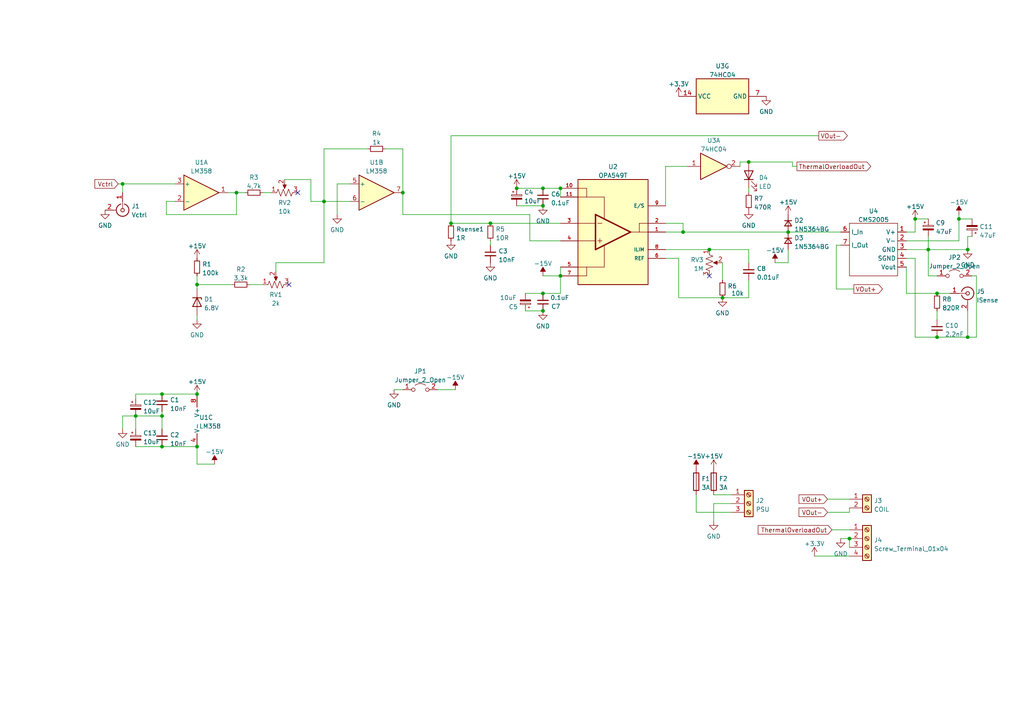
<source format=kicad_sch>
(kicad_sch (version 20211123) (generator eeschema)
  (paper "A4")
  (lib_symbols
    (symbol "74xx:74HC04"
      (property "Reference" "U" (at 0 1.27 0))
      (property "Value" "74HC04" (at 0 -1.27 0))
      (symbol "74HC04_1_0"
        (polyline (pts (xy -3.81 3.81) (xy -3.81 -3.81) (xy 3.81 0) (xy -3.81 3.81)) (stroke (width 0.254)) (fill (type background)))
        (pin input line (at -7.62 0 0) (length 3.81) (name "~") (number "1"))
        (pin output inverted (at 7.62 0 180) (length 3.81) (name "~") (number "2"))
      )
      (symbol "74HC04_2_0"
        (polyline (pts (xy -3.81 3.81) (xy -3.81 -3.81) (xy 3.81 0) (xy -3.81 3.81)) (stroke (width 0.254)) (fill (type background)))
        (pin input line (at -7.62 0 0) (length 3.81) (name "~") (number "3"))
        (pin output inverted (at 7.62 0 180) (length 3.81) (name "~") (number "4"))
      )
      (symbol "74HC04_3_0"
        (polyline (pts (xy -3.81 3.81) (xy -3.81 -3.81) (xy 3.81 0) (xy -3.81 3.81)) (stroke (width 0.254)) (fill (type background)))
        (pin input line (at -7.62 0 0) (length 3.81) (name "~") (number "5"))
        (pin output inverted (at 7.62 0 180) (length 3.81) (name "~") (number "6"))
      )
      (symbol "74HC04_4_0"
        (polyline (pts (xy -3.81 3.81) (xy -3.81 -3.81) (xy 3.81 0) (xy -3.81 3.81)) (stroke (width 0.254)) (fill (type background)))
        (pin output inverted (at 7.62 0 180) (length 3.81) (name "~") (number "8"))
        (pin input line (at -7.62 0 0) (length 3.81) (name "~") (number "9"))
      )
      (symbol "74HC04_5_0"
        (polyline (pts (xy -3.81 3.81) (xy -3.81 -3.81) (xy 3.81 0) (xy -3.81 3.81)) (stroke (width 0.254)) (fill (type background)))
        (pin output inverted (at 7.62 0 180) (length 3.81) (name "~") (number "10"))
        (pin input line (at -7.62 0 0) (length 3.81) (name "~") (number "11"))
      )
      (symbol "74HC04_6_0"
        (polyline (pts (xy -3.81 3.81) (xy -3.81 -3.81) (xy 3.81 0) (xy -3.81 3.81)) (stroke (width 0.254)) (fill (type background)))
        (pin output inverted (at 7.62 0 180) (length 3.81) (name "~") (number "12"))
        (pin input line (at -7.62 0 0) (length 3.81) (name "~") (number "13"))
      )
      (symbol "74HC04_7_0"
        (pin power_in line (at 0 12.7 270) (length 5.08) (name "VCC") (number "14"))
        (pin power_in line (at 0 -12.7 90) (length 5.08) (name "GND") (number "7"))
      )
      (symbol "74HC04_7_1"
        (rectangle (start -5.08 7.62) (end 5.08 -7.62) (stroke (width 0.254)) (fill (type background)))
      )
    )
    (symbol "Amplifier_Operational:LM358" (pin_names (offset 0.127))
      (property "Reference" "U" (at 0 5.08 0))
      (property "Value" "LM358" (at 0 -5.08 0))
      (symbol "LM358_1_1"
        (polyline (pts (xy -5.08 5.08) (xy 5.08 0) (xy -5.08 -5.08) (xy -5.08 5.08)) (stroke (width 0.254)) (fill (type background)))
        (pin output line (at 7.62 0 180) (length 2.54) (name "~") (number "1"))
        (pin input line (at -7.62 -2.54 0) (length 2.54) (name "-") (number "2"))
        (pin input line (at -7.62 2.54 0) (length 2.54) (name "+") (number "3"))
      )
      (symbol "LM358_2_1"
        (polyline (pts (xy -5.08 5.08) (xy 5.08 0) (xy -5.08 -5.08) (xy -5.08 5.08)) (stroke (width 0.254)) (fill (type background)))
        (pin input line (at -7.62 2.54 0) (length 2.54) (name "+") (number "5"))
        (pin input line (at -7.62 -2.54 0) (length 2.54) (name "-") (number "6"))
        (pin output line (at 7.62 0 180) (length 2.54) (name "~") (number "7"))
      )
      (symbol "LM358_3_1"
        (pin power_in line (at -2.54 -7.62 90) (length 3.81) (name "V-") (number "4"))
        (pin power_in line (at -2.54 7.62 270) (length 3.81) (name "V+") (number "8"))
      )
    )
    (symbol "CMS2005:CMS2005"
      (property "Reference" "U" (at 0 -5.08 0))
      (property "Value" "CMS2005" (at 0 12.7 0))
      (symbol "CMS2005_0_1"
        (rectangle (start -7.62 11.43) (end 6.35 -3.81))
      )
      (symbol "CMS2005_1_1"
        (pin power_in line (at 8.89 8.89 180) (length 2.54) (name "V+") (number "1"))
        (pin power_in line (at 8.89 6.35 180) (length 2.54) (name "V-") (number "2"))
        (pin passive line (at 8.89 3.81 180) (length 2.54) (name "GND") (number "3"))
        (pin passive line (at 8.89 1.27 180) (length 2.54) (name "SGND") (number "4"))
        (pin output line (at 8.89 -1.27 180) (length 2.54) (name "Vout") (number "5"))
        (pin power_in line (at -10.16 8.89 0) (length 2.54) (name "I_In") (number "6"))
        (pin power_out line (at -10.16 5.08 0) (length 2.54) (name "I_Out") (number "7"))
      )
    )
    (symbol "Connector:Conn_Coaxial" (pin_names (offset 1.016) hide)
      (property "Reference" "J" (at 0.254 3.048 0))
      (property "Value" "Conn_Coaxial" (at 2.921 0 90))
      (symbol "Conn_Coaxial_0_1"
        (arc (start -1.778 -0.508) (mid 0.2311 -1.8066) (end 1.778 0) (stroke (width 0.254)))
        (polyline (pts (xy -2.54 0) (xy -0.508 0)))
        (polyline (pts (xy 0 -2.54) (xy 0 -1.778)))
        (circle (center 0 0) (radius 0.508) (stroke (width 0.2032)))
        (arc (start 1.778 0) (mid 0.2099 1.8101) (end -1.778 0.508) (stroke (width 0.254)))
      )
      (symbol "Conn_Coaxial_1_1"
        (pin passive line (at -5.08 0 0) (length 2.54) (name "In") (number "1"))
        (pin passive line (at 0 -5.08 90) (length 2.54) (name "Ext") (number "2"))
      )
    )
    (symbol "Connector:Screw_Terminal_01x02" (pin_names (offset 1.016) hide)
      (property "Reference" "J" (at 0 2.54 0))
      (property "Value" "Screw_Terminal_01x02" (at 0 -5.08 0))
      (symbol "Screw_Terminal_01x02_1_1"
        (rectangle (start -1.27 1.27) (end 1.27 -3.81) (stroke (width 0.254)) (fill (type background)))
        (circle (center 0 -2.54) (radius 0.635) (stroke (width 0.1524)))
        (polyline (pts (xy -0.5334 -2.2098) (xy 0.3302 -3.048)) (stroke (width 0.1524)))
        (polyline (pts (xy -0.5334 0.3302) (xy 0.3302 -0.508)) (stroke (width 0.1524)))
        (polyline (pts (xy -0.3556 -2.032) (xy 0.508 -2.8702)) (stroke (width 0.1524)))
        (polyline (pts (xy -0.3556 0.508) (xy 0.508 -0.3302)) (stroke (width 0.1524)))
        (circle (center 0 0) (radius 0.635) (stroke (width 0.1524)))
        (pin passive line (at -5.08 0 0) (length 3.81) (name "Pin_1") (number "1"))
        (pin passive line (at -5.08 -2.54 0) (length 3.81) (name "Pin_2") (number "2"))
      )
    )
    (symbol "Connector:Screw_Terminal_01x03" (pin_names (offset 1.016) hide)
      (property "Reference" "J" (at 0 5.08 0))
      (property "Value" "Screw_Terminal_01x03" (at 0 -5.08 0))
      (symbol "Screw_Terminal_01x03_1_1"
        (rectangle (start -1.27 3.81) (end 1.27 -3.81) (stroke (width 0.254)) (fill (type background)))
        (circle (center 0 -2.54) (radius 0.635) (stroke (width 0.1524)))
        (polyline (pts (xy -0.5334 -2.2098) (xy 0.3302 -3.048)) (stroke (width 0.1524)))
        (polyline (pts (xy -0.5334 0.3302) (xy 0.3302 -0.508)) (stroke (width 0.1524)))
        (polyline (pts (xy -0.5334 2.8702) (xy 0.3302 2.032)) (stroke (width 0.1524)))
        (polyline (pts (xy -0.3556 -2.032) (xy 0.508 -2.8702)) (stroke (width 0.1524)))
        (polyline (pts (xy -0.3556 0.508) (xy 0.508 -0.3302)) (stroke (width 0.1524)))
        (polyline (pts (xy -0.3556 3.048) (xy 0.508 2.2098)) (stroke (width 0.1524)))
        (circle (center 0 0) (radius 0.635) (stroke (width 0.1524)))
        (circle (center 0 2.54) (radius 0.635) (stroke (width 0.1524)))
        (pin passive line (at -5.08 2.54 0) (length 3.81) (name "Pin_1") (number "1"))
        (pin passive line (at -5.08 0 0) (length 3.81) (name "Pin_2") (number "2"))
        (pin passive line (at -5.08 -2.54 0) (length 3.81) (name "Pin_3") (number "3"))
      )
    )
    (symbol "Connector:Screw_Terminal_01x04" (pin_names (offset 1.016) hide)
      (property "Reference" "J" (at 0 5.08 0))
      (property "Value" "Screw_Terminal_01x04" (at 0 -7.62 0))
      (symbol "Screw_Terminal_01x04_1_1"
        (rectangle (start -1.27 3.81) (end 1.27 -6.35) (stroke (width 0.254)) (fill (type background)))
        (circle (center 0 -5.08) (radius 0.635) (stroke (width 0.1524)))
        (circle (center 0 -2.54) (radius 0.635) (stroke (width 0.1524)))
        (polyline (pts (xy -0.5334 -4.7498) (xy 0.3302 -5.588)) (stroke (width 0.1524)))
        (polyline (pts (xy -0.5334 -2.2098) (xy 0.3302 -3.048)) (stroke (width 0.1524)))
        (polyline (pts (xy -0.5334 0.3302) (xy 0.3302 -0.508)) (stroke (width 0.1524)))
        (polyline (pts (xy -0.5334 2.8702) (xy 0.3302 2.032)) (stroke (width 0.1524)))
        (polyline (pts (xy -0.3556 -4.572) (xy 0.508 -5.4102)) (stroke (width 0.1524)))
        (polyline (pts (xy -0.3556 -2.032) (xy 0.508 -2.8702)) (stroke (width 0.1524)))
        (polyline (pts (xy -0.3556 0.508) (xy 0.508 -0.3302)) (stroke (width 0.1524)))
        (polyline (pts (xy -0.3556 3.048) (xy 0.508 2.2098)) (stroke (width 0.1524)))
        (circle (center 0 0) (radius 0.635) (stroke (width 0.1524)))
        (circle (center 0 2.54) (radius 0.635) (stroke (width 0.1524)))
        (pin passive line (at -5.08 2.54 0) (length 3.81) (name "Pin_1") (number "1"))
        (pin passive line (at -5.08 0 0) (length 3.81) (name "Pin_2") (number "2"))
        (pin passive line (at -5.08 -2.54 0) (length 3.81) (name "Pin_3") (number "3"))
        (pin passive line (at -5.08 -5.08 0) (length 3.81) (name "Pin_4") (number "4"))
      )
    )
    (symbol "Device:C_Polarized_Small" (pin_numbers hide) (pin_names (offset 0.254) hide)
      (property "Reference" "C" (at 0.254 1.778 0))
      (property "Value" "C_Polarized_Small" (at 0.254 -2.032 0))
      (symbol "C_Polarized_Small_0_1"
        (rectangle (start -1.524 -0.3048) (end 1.524 -0.6858) (fill (type outline)))
        (rectangle (start -1.524 0.6858) (end 1.524 0.3048))
        (polyline (pts (xy -1.27 1.524) (xy -0.762 1.524)))
        (polyline (pts (xy -1.016 1.27) (xy -1.016 1.778)))
      )
      (symbol "C_Polarized_Small_1_1"
        (pin passive line (at 0 2.54 270) (length 1.8542) (name "~") (number "1"))
        (pin passive line (at 0 -2.54 90) (length 1.8542) (name "~") (number "2"))
      )
    )
    (symbol "Device:C_Small" (pin_numbers hide) (pin_names (offset 0.254) hide)
      (property "Reference" "C" (at 0.254 1.778 0))
      (property "Value" "C_Small" (at 0.254 -2.032 0))
      (symbol "C_Small_0_1"
        (polyline (pts (xy -1.524 -0.508) (xy 1.524 -0.508)) (stroke (width 0.3302)))
        (polyline (pts (xy -1.524 0.508) (xy 1.524 0.508)) (stroke (width 0.3048)))
      )
      (symbol "C_Small_1_1"
        (pin passive line (at 0 2.54 270) (length 2.032) (name "~") (number "1"))
        (pin passive line (at 0 -2.54 90) (length 2.032) (name "~") (number "2"))
      )
    )
    (symbol "Device:D_Small" (pin_numbers hide) (pin_names (offset 0.254) hide)
      (property "Reference" "D" (at -1.27 2.032 0))
      (property "Value" "D_Small" (at -3.81 -2.032 0))
      (symbol "D_Small_0_1"
        (polyline (pts (xy -0.762 -1.016) (xy -0.762 1.016)) (stroke (width 0.254)))
        (polyline (pts (xy -0.762 0) (xy 0.762 0)))
        (polyline (pts (xy 0.762 -1.016) (xy -0.762 0) (xy 0.762 1.016) (xy 0.762 -1.016)) (stroke (width 0.254)))
      )
      (symbol "D_Small_1_1"
        (pin passive line (at -2.54 0 0) (length 1.778) (name "K") (number "1"))
        (pin passive line (at 2.54 0 180) (length 1.778) (name "A") (number "2"))
      )
    )
    (symbol "Device:D_Zener" (pin_numbers hide) (pin_names (offset 1.016) hide)
      (property "Reference" "D" (at 0 2.54 0))
      (property "Value" "D_Zener" (at 0 -2.54 0))
      (symbol "D_Zener_0_1"
        (polyline (pts (xy 1.27 0) (xy -1.27 0)))
        (polyline (pts (xy -1.27 -1.27) (xy -1.27 1.27) (xy -0.762 1.27)) (stroke (width 0.254)))
        (polyline (pts (xy 1.27 -1.27) (xy 1.27 1.27) (xy -1.27 0) (xy 1.27 -1.27)) (stroke (width 0.254)))
      )
      (symbol "D_Zener_1_1"
        (pin passive line (at -3.81 0 0) (length 2.54) (name "K") (number "1"))
        (pin passive line (at 3.81 0 180) (length 2.54) (name "A") (number "2"))
      )
    )
    (symbol "Device:Fuse" (pin_numbers hide) (pin_names (offset 0))
      (property "Reference" "F" (at 2.032 0 90))
      (property "Value" "Fuse" (at -1.905 0 90))
      (symbol "Fuse_0_1"
        (rectangle (start -0.762 -2.54) (end 0.762 2.54) (stroke (width 0.254)))
        (polyline (pts (xy 0 2.54) (xy 0 -2.54)))
      )
      (symbol "Fuse_1_1"
        (pin passive line (at 0 3.81 270) (length 1.27) (name "~") (number "1"))
        (pin passive line (at 0 -3.81 90) (length 1.27) (name "~") (number "2"))
      )
    )
    (symbol "Device:LED" (pin_numbers hide) (pin_names (offset 1.016) hide)
      (property "Reference" "D" (at 0 2.54 0))
      (property "Value" "LED" (at 0 -2.54 0))
      (symbol "LED_0_1"
        (polyline (pts (xy -1.27 -1.27) (xy -1.27 1.27)) (stroke (width 0.254)))
        (polyline (pts (xy -1.27 0) (xy 1.27 0)))
        (polyline (pts (xy 1.27 -1.27) (xy 1.27 1.27) (xy -1.27 0) (xy 1.27 -1.27)) (stroke (width 0.254)))
        (polyline (pts (xy -3.048 -0.762) (xy -4.572 -2.286) (xy -3.81 -2.286) (xy -4.572 -2.286) (xy -4.572 -1.524)))
        (polyline (pts (xy -1.778 -0.762) (xy -3.302 -2.286) (xy -2.54 -2.286) (xy -3.302 -2.286) (xy -3.302 -1.524)))
      )
      (symbol "LED_1_1"
        (pin passive line (at -3.81 0 0) (length 2.54) (name "K") (number "1"))
        (pin passive line (at 3.81 0 180) (length 2.54) (name "A") (number "2"))
      )
    )
    (symbol "Device:R_Potentiometer_US" (pin_names (offset 1.016) hide)
      (property "Reference" "RV" (at -4.445 0 90))
      (property "Value" "R_Potentiometer_US" (at -2.54 0 90))
      (symbol "R_Potentiometer_US_0_1"
        (polyline (pts (xy 0 -2.286) (xy 0 -2.54)))
        (polyline (pts (xy 0 2.54) (xy 0 2.286)))
        (polyline (pts (xy 2.54 0) (xy 1.524 0)))
        (polyline (pts (xy 1.143 0) (xy 2.286 0.508) (xy 2.286 -0.508) (xy 1.143 0)) (fill (type outline)))
        (polyline (pts (xy 0 -0.762) (xy 1.016 -1.143) (xy 0 -1.524) (xy -1.016 -1.905) (xy 0 -2.286)))
        (polyline (pts (xy 0 0.762) (xy 1.016 0.381) (xy 0 0) (xy -1.016 -0.381) (xy 0 -0.762)))
        (polyline (pts (xy 0 2.286) (xy 1.016 1.905) (xy 0 1.524) (xy -1.016 1.143) (xy 0 0.762)))
      )
      (symbol "R_Potentiometer_US_1_1"
        (pin passive line (at 0 3.81 270) (length 1.27) (name "1") (number "1"))
        (pin passive line (at 3.81 0 180) (length 1.27) (name "2") (number "2"))
        (pin passive line (at 0 -3.81 90) (length 1.27) (name "3") (number "3"))
      )
    )
    (symbol "Device:R_Small" (pin_numbers hide) (pin_names (offset 0.254) hide)
      (property "Reference" "R" (at 0.762 0.508 0))
      (property "Value" "R_Small" (at 0.762 -1.016 0))
      (symbol "R_Small_0_1"
        (rectangle (start -0.762 1.778) (end 0.762 -1.778) (stroke (width 0.2032)))
      )
      (symbol "R_Small_1_1"
        (pin passive line (at 0 2.54 270) (length 0.762) (name "~") (number "1"))
        (pin passive line (at 0 -2.54 90) (length 0.762) (name "~") (number "2"))
      )
    )
    (symbol "Jumper:Jumper_2_Open" (pin_names (offset 0) hide)
      (property "Reference" "JP" (at 0 2.794 0))
      (property "Value" "Jumper_2_Open" (at 0 -2.286 0))
      (symbol "Jumper_2_Open_0_0"
        (circle (center -2.032 0) (radius 0.508))
        (circle (center 2.032 0) (radius 0.508))
      )
      (symbol "Jumper_2_Open_0_1"
        (arc (start 1.524 1.27) (mid 0 1.778) (end -1.524 1.27))
      )
      (symbol "Jumper_2_Open_1_1"
        (pin passive line (at -5.08 0 0) (length 2.54) (name "A") (number "1"))
        (pin passive line (at 5.08 0 180) (length 2.54) (name "B") (number "2"))
      )
    )
    (symbol "OPA549:OPA549T" (pin_names (offset 1.016))
      (property "Reference" "U" (at -10.16 16.002 0))
      (property "Value" "OPA549T" (at -10.16 -16.002 0))
      (symbol "OPA549T_0_0"
        (rectangle (start -10.16 -15.24) (end 10.16 15.24) (stroke (width 0.254)) (fill (type background)))
        (polyline (pts (xy -10.16 -12.7) (xy -7.62 -12.7)) (stroke (width 0.1524)))
        (polyline (pts (xy -10.16 -10.16) (xy -7.62 -10.16)) (stroke (width 0.1524)))
        (polyline (pts (xy -10.16 -2.54) (xy -5.08 -2.54)) (stroke (width 0.1524)))
        (polyline (pts (xy -10.16 2.54) (xy -5.08 2.54)) (stroke (width 0.1524)))
        (polyline (pts (xy -10.16 10.16) (xy -7.62 10.16)) (stroke (width 0.1524)))
        (polyline (pts (xy -10.16 12.7) (xy -7.62 12.7)) (stroke (width 0.1524)))
        (polyline (pts (xy -7.62 -12.7) (xy -7.62 -10.16)) (stroke (width 0.1524)))
        (polyline (pts (xy -7.62 -10.16) (xy -2.54 -10.16)) (stroke (width 0.1524)))
        (polyline (pts (xy -7.62 10.16) (xy -2.54 10.16)) (stroke (width 0.1524)))
        (polyline (pts (xy -7.62 12.7) (xy -7.62 10.16)) (stroke (width 0.1524)))
        (polyline (pts (xy -5.08 -5.08) (xy -2.54 -3.81)) (stroke (width 0.4064)))
        (polyline (pts (xy -5.08 -2.54) (xy -5.08 -5.08)) (stroke (width 0.4064)))
        (polyline (pts (xy -5.08 2.54) (xy -5.08 -2.54)) (stroke (width 0.4064)))
        (polyline (pts (xy -5.08 5.08) (xy -5.08 2.54)) (stroke (width 0.4064)))
        (polyline (pts (xy -4.445 -2.54) (xy -3.175 -2.54)) (stroke (width 0.1524)))
        (polyline (pts (xy -4.445 2.54) (xy -3.175 2.54)) (stroke (width 0.1524)))
        (polyline (pts (xy -3.81 -1.905) (xy -3.81 -3.175)) (stroke (width 0.1524)))
        (polyline (pts (xy -2.54 -10.16) (xy -2.54 -3.81)) (stroke (width 0.1524)))
        (polyline (pts (xy -2.54 -3.81) (xy 5.08 0)) (stroke (width 0.4064)))
        (polyline (pts (xy -2.54 3.81) (xy -5.08 5.08)) (stroke (width 0.4064)))
        (polyline (pts (xy -2.54 10.16) (xy -2.54 3.81)) (stroke (width 0.1524)))
        (polyline (pts (xy 5.08 0) (xy -2.54 3.81)) (stroke (width 0.4064)))
        (polyline (pts (xy 5.08 0) (xy 7.62 0)) (stroke (width 0.1524)))
        (polyline (pts (xy 7.62 0) (xy 10.16 0)) (stroke (width 0.1524)))
        (polyline (pts (xy 7.62 2.54) (xy 7.62 0)) (stroke (width 0.1524)))
        (polyline (pts (xy 10.16 2.54) (xy 7.62 2.54)) (stroke (width 0.1524)))
        (pin output line (at 15.24 0 180) (length 5.08) (name "~") (number "1"))
        (pin power_in line (at -15.24 12.7 0) (length 5.08) (name "~") (number "10"))
        (pin power_in line (at -15.24 10.16 0) (length 5.08) (name "~") (number "11"))
        (pin output line (at 15.24 2.54 180) (length 5.08) (name "~") (number "2"))
        (pin input line (at -15.24 2.54 0) (length 5.08) (name "~") (number "3"))
        (pin input line (at -15.24 -2.54 0) (length 5.08) (name "~") (number "4"))
        (pin power_in line (at -15.24 -10.16 0) (length 5.08) (name "~") (number "5"))
        (pin passive line (at 15.24 -7.62 180) (length 5.08) (name "REF") (number "6"))
        (pin power_in line (at -15.24 -12.7 0) (length 5.08) (name "~") (number "7"))
        (pin input line (at 15.24 -5.08 180) (length 5.08) (name "ILIM") (number "8"))
        (pin input line (at 15.24 7.62 180) (length 5.08) (name "E/S") (number "9"))
      )
    )
    (symbol "power:+15V" (power) (pin_names (offset 0))
      (property "Value" "+15V" (at 0 3.556 0))
      (symbol "+15V_0_1"
        (polyline (pts (xy -0.762 1.27) (xy 0 2.54)))
        (polyline (pts (xy 0 0) (xy 0 2.54)))
        (polyline (pts (xy 0 2.54) (xy 0.762 1.27)))
      )
      (symbol "+15V_1_1"
        (pin power_in line (at 0 0 90) (length 0) hide (name "+15V") (number "1"))
      )
    )
    (symbol "power:+3.3V" (power) (pin_names (offset 0))
      (property "Value" "+3.3V" (at 0 3.556 0))
      (symbol "+3.3V_0_1"
        (polyline (pts (xy -0.762 1.27) (xy 0 2.54)))
        (polyline (pts (xy 0 0) (xy 0 2.54)))
        (polyline (pts (xy 0 2.54) (xy 0.762 1.27)))
      )
      (symbol "+3.3V_1_1"
        (pin power_in line (at 0 0 90) (length 0) hide (name "+3.3V") (number "1"))
      )
    )
    (symbol "power:-15V" (power) (pin_names (offset 0))
      (property "Value" "-15V" (at 0 3.81 0))
      (symbol "-15V_0_0"
        (pin power_in line (at 0 0 90) (length 0) hide (name "-15V") (number "1"))
      )
      (symbol "-15V_0_1"
        (polyline (pts (xy 0 0) (xy 0 1.27) (xy 0.762 1.27) (xy 0 2.54) (xy -0.762 1.27) (xy 0 1.27)) (fill (type outline)))
      )
    )
    (symbol "power:GND" (power) (pin_names (offset 0))
      (property "Value" "GND" (at 0 -3.81 0))
      (symbol "GND_0_1"
        (polyline (pts (xy 0 0) (xy 0 -1.27) (xy 1.27 -1.27) (xy 0 -2.54) (xy -1.27 -1.27) (xy 0 -1.27)))
      )
      (symbol "GND_1_1"
        (pin power_in line (at 0 0 270) (length 0) hide (name "GND") (number "1"))
      )
    )
  )
  (junction (at 157.48 90.17))
  (junction (at 68.58 55.88))
  (junction (at 271.78 97.79))
  (junction (at 46.99 120.65))
  (junction (at 116.84 55.88))
  (junction (at 142.24 64.77))
  (junction (at 157.48 85.09))
  (junction (at 39.37 120.65))
  (junction (at 46.99 114.3))
  (junction (at 157.48 59.69))
  (junction (at 198.12 67.31))
  (junction (at 265.43 63.5))
  (junction (at 149.86 54.61))
  (junction (at 57.15 82.55))
  (junction (at 278.13 63.5))
  (junction (at 269.24 72.39))
  (junction (at 228.6 67.31))
  (junction (at 205.74 72.39))
  (junction (at 217.17 46.99))
  (junction (at 209.55 86.36))
  (junction (at 280.67 72.39))
  (junction (at 130.81 64.77))
  (junction (at 35.56 53.34))
  (junction (at 162.56 54.61))
  (junction (at 280.67 97.79))
  (junction (at 246.38 156.21))
  (junction (at 46.99 129.54))
  (junction (at 57.15 129.54))
  (junction (at 157.48 54.61))
  (junction (at 271.78 85.09))
  (junction (at 93.98 58.42))
  (junction (at 162.56 80.01))
  (junction (at 57.15 114.3))
  (no_connect (at 83.82 82.55))
  (no_connect (at 86.36 55.88))
  (no_connect (at 205.74 80.01))
  (wire (pts (xy 35.56 53.34) (xy 35.56 55.88)))
  (wire (pts (xy 57.15 80.01) (xy 57.15 82.55)))
  (wire (pts (xy 280.67 68.58) (xy 281.94 68.58)))
  (wire (pts (xy 269.24 72.39) (xy 269.24 80.01)))
  (wire (pts (xy 162.56 54.61) (xy 162.56 57.15)))
  (wire (pts (xy 198.12 64.77) (xy 198.12 67.31)))
  (wire (pts (xy 196.85 86.36) (xy 209.55 86.36)))
  (wire (pts (xy 280.67 72.39) (xy 280.67 68.58)))
  (wire (pts (xy 97.79 53.34) (xy 97.79 62.23)))
  (wire (pts (xy 271.78 85.09) (xy 275.59 85.09)))
  (wire (pts (xy 240.03 148.59) (xy 246.38 148.59)))
  (wire (pts (xy 198.12 67.31) (xy 228.6 67.31)))
  (wire (pts (xy 34.29 53.34) (xy 35.56 53.34)))
  (wire (pts (xy 246.38 147.32) (xy 246.38 148.59)))
  (wire (pts (xy 48.26 62.23) (xy 68.58 62.23)))
  (wire (pts (xy 157.48 80.01) (xy 162.56 80.01)))
  (wire (pts (xy 207.01 143.51) (xy 212.09 143.51)))
  (wire (pts (xy 207.01 146.05) (xy 207.01 151.13)))
  (wire (pts (xy 217.17 46.99) (xy 229.87 46.99)))
  (wire (pts (xy 142.24 69.85) (xy 142.24 71.12)))
  (wire (pts (xy 130.81 64.77) (xy 142.24 64.77)))
  (wire (pts (xy 212.09 148.59) (xy 201.93 148.59)))
  (wire (pts (xy 39.37 120.65) (xy 39.37 124.46)))
  (wire (pts (xy 93.98 76.2) (xy 80.01 76.2)))
  (wire (pts (xy 240.03 144.78) (xy 246.38 144.78)))
  (wire (pts (xy 57.15 91.44) (xy 57.15 92.71)))
  (wire (pts (xy 201.93 148.59) (xy 201.93 143.51)))
  (wire (pts (xy 46.99 120.65) (xy 39.37 120.65)))
  (wire (pts (xy 269.24 80.01) (xy 271.78 80.01)))
  (wire (pts (xy 68.58 55.88) (xy 66.04 55.88)))
  (wire (pts (xy 229.87 48.26) (xy 231.14 48.26)))
  (wire (pts (xy 68.58 55.88) (xy 71.12 55.88)))
  (wire (pts (xy 57.15 129.54) (xy 57.15 134.62)))
  (wire (pts (xy 283.21 97.79) (xy 280.67 97.79)))
  (wire (pts (xy 76.2 55.88) (xy 78.74 55.88)))
  (wire (pts (xy 269.24 72.39) (xy 280.67 72.39)))
  (wire (pts (xy 214.63 48.26) (xy 214.63 46.99)))
  (wire (pts (xy 193.04 67.31) (xy 198.12 67.31)))
  (wire (pts (xy 262.89 69.85) (xy 278.13 69.85)))
  (wire (pts (xy 228.6 72.39) (xy 228.6 76.2)))
  (wire (pts (xy 236.22 161.29) (xy 246.38 161.29)))
  (wire (pts (xy 262.89 67.31) (xy 265.43 67.31)))
  (wire (pts (xy 196.85 74.93) (xy 196.85 86.36)))
  (wire (pts (xy 228.6 67.31) (xy 243.84 67.31)))
  (wire (pts (xy 193.04 72.39) (xy 205.74 72.39)))
  (wire (pts (xy 57.15 134.62) (xy 62.23 134.62)))
  (wire (pts (xy 162.56 85.09) (xy 162.56 80.01)))
  (wire (pts (xy 265.43 74.93) (xy 265.43 97.79)))
  (wire (pts (xy 46.99 119.38) (xy 46.99 120.65)))
  (wire (pts (xy 130.81 64.77) (xy 130.81 39.37)))
  (wire (pts (xy 68.58 62.23) (xy 68.58 55.88)))
  (wire (pts (xy 280.67 90.17) (xy 280.67 97.79)))
  (wire (pts (xy 153.67 69.85) (xy 153.67 62.23)))
  (wire (pts (xy 241.3 153.67) (xy 246.38 153.67)))
  (wire (pts (xy 265.43 67.31) (xy 265.43 63.5)))
  (wire (pts (xy 114.3 113.03) (xy 116.84 113.03)))
  (wire (pts (xy 193.04 48.26) (xy 199.39 48.26)))
  (wire (pts (xy 217.17 72.39) (xy 217.17 76.2)))
  (wire (pts (xy 262.89 77.47) (xy 262.89 85.09)))
  (wire (pts (xy 265.43 63.5) (xy 269.24 63.5)))
  (wire (pts (xy 82.55 52.07) (xy 90.17 52.07)))
  (wire (pts (xy 35.56 120.65) (xy 35.56 124.46)))
  (wire (pts (xy 269.24 68.58) (xy 269.24 72.39)))
  (wire (pts (xy 46.99 114.3) (xy 39.37 114.3)))
  (wire (pts (xy 39.37 120.65) (xy 35.56 120.65)))
  (wire (pts (xy 278.13 69.85) (xy 278.13 63.5)))
  (wire (pts (xy 271.78 90.17) (xy 271.78 92.71)))
  (wire (pts (xy 93.98 58.42) (xy 93.98 76.2)))
  (wire (pts (xy 246.38 156.21) (xy 246.38 158.75)))
  (wire (pts (xy 217.17 81.28) (xy 217.17 86.36)))
  (wire (pts (xy 39.37 129.54) (xy 46.99 129.54)))
  (wire (pts (xy 262.89 74.93) (xy 265.43 74.93)))
  (wire (pts (xy 217.17 54.61) (xy 217.17 55.88)))
  (wire (pts (xy 157.48 85.09) (xy 162.56 85.09)))
  (wire (pts (xy 72.39 82.55) (xy 76.2 82.55)))
  (wire (pts (xy 205.74 72.39) (xy 217.17 72.39)))
  (wire (pts (xy 80.01 76.2) (xy 80.01 78.74)))
  (wire (pts (xy 101.6 53.34) (xy 97.79 53.34)))
  (wire (pts (xy 46.99 129.54) (xy 57.15 129.54)))
  (wire (pts (xy 116.84 55.88) (xy 116.84 43.18)))
  (wire (pts (xy 35.56 53.34) (xy 50.8 53.34)))
  (wire (pts (xy 209.55 86.36) (xy 217.17 86.36)))
  (wire (pts (xy 142.24 64.77) (xy 162.56 64.77)))
  (wire (pts (xy 90.17 52.07) (xy 90.17 58.42)))
  (wire (pts (xy 57.15 82.55) (xy 57.15 83.82)))
  (wire (pts (xy 127 113.03) (xy 132.08 113.03)))
  (wire (pts (xy 193.04 59.69) (xy 193.04 48.26)))
  (wire (pts (xy 262.89 72.39) (xy 269.24 72.39)))
  (wire (pts (xy 149.86 54.61) (xy 157.48 54.61)))
  (wire (pts (xy 262.89 85.09) (xy 271.78 85.09)))
  (wire (pts (xy 162.56 69.85) (xy 153.67 69.85)))
  (wire (pts (xy 283.21 80.01) (xy 283.21 97.79)))
  (wire (pts (xy 242.57 71.12) (xy 242.57 83.82)))
  (wire (pts (xy 152.4 85.09) (xy 157.48 85.09)))
  (wire (pts (xy 242.57 83.82) (xy 247.65 83.82)))
  (wire (pts (xy 152.4 90.17) (xy 157.48 90.17)))
  (wire (pts (xy 214.63 46.99) (xy 217.17 46.99)))
  (wire (pts (xy 93.98 58.42) (xy 101.6 58.42)))
  (wire (pts (xy 281.94 80.01) (xy 283.21 80.01)))
  (wire (pts (xy 157.48 54.61) (xy 162.56 54.61)))
  (wire (pts (xy 48.26 58.42) (xy 48.26 62.23)))
  (wire (pts (xy 212.09 146.05) (xy 207.01 146.05)))
  (wire (pts (xy 243.84 156.21) (xy 246.38 156.21)))
  (wire (pts (xy 265.43 97.79) (xy 271.78 97.79)))
  (wire (pts (xy 229.87 46.99) (xy 229.87 48.26)))
  (wire (pts (xy 57.15 82.55) (xy 67.31 82.55)))
  (wire (pts (xy 130.81 39.37) (xy 237.49 39.37)))
  (wire (pts (xy 278.13 63.5) (xy 281.94 63.5)))
  (wire (pts (xy 243.84 71.12) (xy 242.57 71.12)))
  (wire (pts (xy 280.67 97.79) (xy 271.78 97.79)))
  (wire (pts (xy 278.13 63.5) (xy 278.13 62.23)))
  (wire (pts (xy 224.79 76.2) (xy 228.6 76.2)))
  (wire (pts (xy 39.37 114.3) (xy 39.37 115.57)))
  (wire (pts (xy 46.99 114.3) (xy 57.15 114.3)))
  (wire (pts (xy 116.84 43.18) (xy 111.76 43.18)))
  (wire (pts (xy 193.04 74.93) (xy 196.85 74.93)))
  (wire (pts (xy 106.68 43.18) (xy 93.98 43.18)))
  (wire (pts (xy 149.86 59.69) (xy 157.48 59.69)))
  (wire (pts (xy 193.04 64.77) (xy 198.12 64.77)))
  (wire (pts (xy 116.84 55.88) (xy 116.84 62.23)))
  (wire (pts (xy 50.8 58.42) (xy 48.26 58.42)))
  (wire (pts (xy 90.17 58.42) (xy 93.98 58.42)))
  (wire (pts (xy 209.55 81.28) (xy 209.55 76.2)))
  (wire (pts (xy 46.99 120.65) (xy 46.99 124.46)))
  (wire (pts (xy 153.67 62.23) (xy 116.84 62.23)))
  (wire (pts (xy 93.98 43.18) (xy 93.98 58.42)))
  (wire (pts (xy 162.56 77.47) (xy 162.56 80.01)))
  (global_label "ThermalOverloadOut" (shape output) (at 231.14 48.26 0) (property "Intersheet References" "${INTERSHEET_REFS}" (effects hide)))
  (global_label "VOut+" (shape output) (at 247.65 83.82 0) (property "Intersheet References" "${INTERSHEET_REFS}" (effects hide)))
  (global_label "VOut-" (shape output) (at 237.49 39.37 0) (property "Intersheet References" "${INTERSHEET_REFS}" (effects hide)))
  (global_label "ThermalOverloadOut" (shape input) (at 241.3 153.67 180) (property "Intersheet References" "${INTERSHEET_REFS}" (effects hide)))
  (global_label "VOut-" (shape input) (at 240.03 148.59 180) (property "Intersheet References" "${INTERSHEET_REFS}" (effects hide)))
  (global_label "VOut+" (shape input) (at 240.03 144.78 180) (property "Intersheet References" "${INTERSHEET_REFS}" (effects hide)))
  (global_label "Vctrl" (shape input) (at 34.29 53.34 180) (property "Intersheet References" "${INTERSHEET_REFS}" (effects hide)))
  (symbol (lib_id "Device:Fuse") (at 201.93 139.7 0) (unit 1)
    (property "Reference" "F1" (at 203.454 138.8653 0) (effects (justify left)))
    (property "Value" "3A" (at 203.454 141.4022 0) (effects (justify left)))
    (property "Footprint" "Fuse:Fuseholder_Littelfuse_100_series_5x25mm" (effects hide))
  )
  (symbol (lib_id "74xx:74HC04") (at 207.01 48.26 0) (unit 1)
    (property "Reference" "U3" (at 207.01 40.7502 0))
    (property "Value" "74HC04" (at 207.01 43.2871 0))
    (property "Footprint" "Package_DIP:DIP-14_W7.62mm_Socket" (effects hide))
    (property "Datasheet" "https://assets.nexperia.com/documents/data-sheet/74HC_HCT04.pdf" (effects hide))
  )
  (symbol (lib_id "Device:R_Small") (at 217.17 58.42 180) (unit 1)
    (property "Reference" "R7" (at 218.6686 57.5853 0) (effects (justify right)))
    (property "Value" "470R" (at 218.6686 60.1222 0) (effects (justify right)))
    (property "Footprint" "Resistor_THT:R_Axial_DIN0207_L6.3mm_D2.5mm_P10.16mm_Horizontal" (effects hide))
  )
  (symbol (lib_id "OPA549:OPA549T") (at 177.8 67.31 0) (unit 1)
    (property "Reference" "U2" (at 177.8 48.3702 0))
    (property "Value" "OPA549T" (at 177.8 50.9071 0))
    (property "Footprint" "OPA549:KVC" (effects hide))
    (property "SNAPEDA_PACKAGE_ID" "102954" (effects hide))
    (property "STANDARD" "IPC-7351B" (effects hide))
    (property "MANUFACTURER" "Texas Instruments" (effects hide))
    (property "MAXIMUM_PACKAGE_HEIGHT" "24.56mm" (effects hide))
    (property "PARTREV" "OCTOBER 2005" (effects hide))
  )
  (symbol (lib_id "Device:C_Small") (at 157.48 57.15 0) (unit 1)
    (property "Reference" "C6" (at 159.8041 56.3216 0) (effects (justify left)))
    (property "Value" "0.1uF" (at 159.8041 58.8585 0) (effects (justify left)))
    (property "Footprint" "Capacitor_THT:C_Rect_L7.0mm_W2.0mm_P5.00mm" (effects hide))
  )
  (symbol (lib_id "power:+15V") (at 57.15 74.93 0) (unit 1)
    (property "Reference" "#PWR03" (effects hide))
    (property "Value" "+15V" (at 57.15 71.3542 0))
  )
  (symbol (lib_id "74xx:74HC04") (at 209.55 27.94 90) (unit 7)
    (property "Reference" "U3" (at 209.55 19.1602 90))
    (property "Value" "74HC04" (at 209.55 21.6971 90))
    (property "Footprint" "Package_DIP:DIP-14_W7.62mm_Socket" (effects hide))
    (property "Datasheet" "https://assets.nexperia.com/documents/data-sheet/74HC_HCT04.pdf" (effects hide))
  )
  (symbol (lib_id "power:-15V") (at 278.13 62.23 0) (unit 1)
    (property "Reference" "#PWR027" (effects hide))
    (property "Value" "-15V" (at 278.13 58.6542 0))
  )
  (symbol (lib_id "Device:C_Small") (at 157.48 87.63 180) (unit 1)
    (property "Reference" "C7" (at 162.56 88.9 0) (effects (justify left)))
    (property "Value" "0.1uF" (at 165.1 86.36 0) (effects (justify left)))
    (property "Footprint" "Capacitor_THT:C_Rect_L7.0mm_W2.0mm_P5.00mm" (effects hide))
  )
  (symbol (lib_id "Amplifier_Operational:LM358") (at 109.22 55.88 0) (unit 2)
    (property "Reference" "U1" (at 109.22 47.1002 0))
    (property "Value" "LM358" (at 109.22 49.6371 0))
    (property "Footprint" "Package_DIP:DIP-8_W7.62mm" (effects hide))
    (property "Datasheet" "http://www.ti.com/lit/ds/symlink/lm2904-n.pdf" (effects hide))
  )
  (symbol (lib_id "Amplifier_Operational:LM358") (at 58.42 55.88 0) (unit 1)
    (property "Reference" "U1" (at 58.42 47.1002 0))
    (property "Value" "LM358" (at 58.42 49.6371 0))
    (property "Footprint" "Package_DIP:DIP-8_W7.62mm" (effects hide))
    (property "Datasheet" "http://www.ti.com/lit/ds/symlink/lm2904-n.pdf" (effects hide))
  )
  (symbol (lib_id "power:-15V") (at 62.23 134.62 0) (unit 1)
    (property "Reference" "#PWR06" (effects hide))
    (property "Value" "-15V" (at 62.23 131.0442 0))
  )
  (symbol (lib_id "power:GND") (at 243.84 156.21 0) (unit 1)
    (property "Reference" "#PWR025" (effects hide))
    (property "Value" "GND" (at 243.84 160.6534 0))
  )
  (symbol (lib_id "power:-15V") (at 132.08 113.03 0) (unit 1)
    (property "Reference" "#PWR020" (effects hide))
    (property "Value" "-15V" (at 132.08 109.4542 0))
  )
  (symbol (lib_id "Device:C_Polarized_Small") (at 39.37 118.11 0) (unit 1)
    (property "Reference" "C12" (at 41.529 116.7292 0) (effects (justify left)))
    (property "Value" "10uF" (at 41.529 119.2661 0) (effects (justify left)))
    (property "Footprint" "Capacitor_THT:CP_Radial_D8.0mm_P3.80mm" (effects hide))
  )
  (symbol (lib_id "power:+15V") (at 57.15 114.3 0) (unit 1)
    (property "Reference" "#PWR05" (effects hide))
    (property "Value" "+15V" (at 57.15 110.7242 0))
  )
  (symbol (lib_id "power:GND") (at 157.48 90.17 0) (unit 1)
    (property "Reference" "#PWR013" (effects hide))
    (property "Value" "GND" (at 157.48 94.6134 0))
  )
  (symbol (lib_id "Device:R_Small") (at 209.55 83.82 0) (unit 1)
    (property "Reference" "R6" (at 211.0486 82.9853 0) (effects (justify left)))
    (property "Value" "10k" (at 212.09 85.09 0) (effects (justify left)))
    (property "Footprint" "Resistor_THT:R_Axial_DIN0207_L6.3mm_D2.5mm_P10.16mm_Horizontal" (effects hide))
  )
  (symbol (lib_id "Device:C_Polarized_Small") (at 269.24 66.04 0) (unit 1)
    (property "Reference" "C9" (at 271.399 64.6592 0) (effects (justify left)))
    (property "Value" "47uF" (at 271.399 67.1961 0) (effects (justify left)))
    (property "Footprint" "Capacitor_THT:CP_Radial_D8.0mm_P3.80mm" (effects hide))
  )
  (symbol (lib_id "power:GND") (at 114.3 113.03 0) (unit 1)
    (property "Reference" "#PWR019" (effects hide))
    (property "Value" "GND" (at 114.3 117.4734 0))
  )
  (symbol (lib_id "Device:R_Small") (at 271.78 87.63 0) (unit 1)
    (property "Reference" "R8" (at 273.2786 86.7953 0) (effects (justify left)))
    (property "Value" "820R" (at 273.2786 89.3322 0) (effects (justify left)))
    (property "Footprint" "Resistor_THT:R_Axial_DIN0207_L6.3mm_D2.5mm_P10.16mm_Horizontal" (effects hide))
  )
  (symbol (lib_id "power:+3.3V") (at 236.22 161.29 0) (unit 1)
    (property "Reference" "#PWR0101" (effects hide))
    (property "Value" "+3.3V" (at 236.22 157.7142 0))
  )
  (symbol (lib_id "Device:C_Polarized_Small") (at 39.37 127 0) (unit 1)
    (property "Reference" "C13" (at 41.529 125.6192 0) (effects (justify left)))
    (property "Value" "10uF" (at 41.529 128.1561 0) (effects (justify left)))
    (property "Footprint" "Capacitor_THT:CP_Radial_D8.0mm_P3.80mm" (effects hide))
  )
  (symbol (lib_id "Device:R_Potentiometer_US") (at 80.01 82.55 90) (unit 1)
    (property "Reference" "RV1" (at 80.01 85.4694 90))
    (property "Value" "2k" (at 80.01 88.0063 90))
    (property "Footprint" "Potentiometer_THT:Potentiometer_Bourns_3386F_Vertical" (effects hide))
  )
  (symbol (lib_id "Device:C_Small") (at 142.24 73.66 0) (unit 1)
    (property "Reference" "C3" (at 144.5641 72.8316 0) (effects (justify left)))
    (property "Value" "10nF" (at 144.5641 75.3685 0) (effects (justify left)))
    (property "Footprint" "Capacitor_THT:C_Rect_L7.0mm_W2.0mm_P5.00mm" (effects hide))
  )
  (symbol (lib_id "power:GND") (at 30.48 60.96 0) (unit 1)
    (property "Reference" "#PWR01" (effects hide))
    (property "Value" "GND" (at 30.48 65.4034 0))
  )
  (symbol (lib_id "Device:R_Small") (at 69.85 82.55 90) (unit 1)
    (property "Reference" "R2" (at 69.85 78.1136 90))
    (property "Value" "3,3k" (at 69.85 80.6505 90))
    (property "Footprint" "Resistor_THT:R_Axial_DIN0207_L6.3mm_D2.5mm_P10.16mm_Horizontal" (effects hide))
  )
  (symbol (lib_id "Device:C_Polarized_Small") (at 281.94 66.04 180) (unit 1)
    (property "Reference" "C11" (at 284.099 65.7514 0) (effects (justify right)))
    (property "Value" "47uF" (at 284.099 68.2883 0) (effects (justify right)))
    (property "Footprint" "Capacitor_THT:CP_Radial_D8.0mm_P3.80mm" (effects hide))
  )
  (symbol (lib_id "Connector:Screw_Terminal_01x02") (at 251.46 144.78 0) (unit 1)
    (property "Reference" "J3" (at 253.492 145.2153 0) (effects (justify left)))
    (property "Value" "COIL" (at 253.492 147.7522 0) (effects (justify left)))
    (property "Footprint" "Connector_PinHeader_2.54mm:PinHeader_1x02_P2.54mm_Vertical" (effects hide))
  )
  (symbol (lib_id "Device:C_Small") (at 46.99 116.84 180) (unit 1)
    (property "Reference" "C1" (at 49.3141 115.9989 0) (effects (justify right)))
    (property "Value" "10nF" (at 49.3141 118.5358 0) (effects (justify right)))
    (property "Footprint" "Capacitor_THT:C_Rect_L7.0mm_W2.0mm_P5.00mm" (effects hide))
  )
  (symbol (lib_id "Device:Fuse") (at 207.01 139.7 0) (unit 1)
    (property "Reference" "F2" (at 208.534 138.8653 0) (effects (justify left)))
    (property "Value" "3A" (at 208.534 141.4022 0) (effects (justify left)))
    (property "Footprint" "Fuse:Fuseholder_Littelfuse_100_series_5x25mm" (effects hide))
  )
  (symbol (lib_id "Connector:Conn_Coaxial") (at 35.56 60.96 270) (unit 1)
    (property "Reference" "J1" (at 38.1486 59.8078 90) (effects (justify left)))
    (property "Value" "Vctrl" (at 38.1486 62.3447 90) (effects (justify left)))
    (property "Footprint" "Connector_PinHeader_2.54mm:PinHeader_1x02_P2.54mm_Vertical" (effects hide))
    (property "Datasheet" " ~" (effects hide))
  )
  (symbol (lib_id "Device:R_Potentiometer_US") (at 82.55 55.88 90) (unit 1)
    (property "Reference" "RV2" (at 82.55 58.7994 90))
    (property "Value" "10k" (at 82.55 61.3363 90))
    (property "Footprint" "Potentiometer_THT:Potentiometer_Bourns_3386F_Vertical" (effects hide))
  )
  (symbol (lib_id "power:GND") (at 35.56 124.46 0) (unit 1)
    (property "Reference" "#PWR02" (effects hide))
    (property "Value" "GND" (at 35.56 128.9034 0))
  )
  (symbol (lib_id "power:+15V") (at 265.43 63.5 0) (unit 1)
    (property "Reference" "#PWR026" (effects hide))
    (property "Value" "+15V" (at 265.43 59.9242 0))
  )
  (symbol (lib_id "Device:R_Small") (at 142.24 67.31 0) (unit 1)
    (property "Reference" "R5" (at 143.7386 66.4753 0) (effects (justify left)))
    (property "Value" "10R" (at 143.7386 69.0122 0) (effects (justify left)))
    (property "Footprint" "Resistor_THT:R_Axial_DIN0207_L6.3mm_D2.5mm_P10.16mm_Horizontal" (effects hide))
  )
  (symbol (lib_id "Device:C_Small") (at 271.78 95.25 0) (unit 1)
    (property "Reference" "C10" (at 274.1041 94.4216 0) (effects (justify left)))
    (property "Value" "2.2nF" (at 274.1041 96.9585 0) (effects (justify left)))
    (property "Footprint" "Capacitor_THT:C_Rect_L7.0mm_W2.0mm_P5.00mm" (effects hide))
  )
  (symbol (lib_id "power:GND") (at 280.67 72.39 0) (unit 1)
    (property "Reference" "#PWR028" (effects hide))
    (property "Value" "GND" (at 280.67 76.8334 0))
  )
  (symbol (lib_id "power:GND") (at 222.25 27.94 0) (unit 1)
    (property "Reference" "#PWR016" (effects hide))
    (property "Value" "GND" (at 222.25 32.3834 0))
  )
  (symbol (lib_id "Device:D_Small") (at 228.6 69.85 270) (unit 1)
    (property "Reference" "D3" (at 230.378 69.0153 90) (effects (justify left)))
    (property "Value" "1N5364BG" (at 230.378 71.5522 90) (effects (justify left)))
    (property "Footprint" "Diode_THT:D_DO-27_P15.24mm_Horizontal" (effects hide))
  )
  (symbol (lib_id "Device:R_Small") (at 109.22 43.18 90) (unit 1)
    (property "Reference" "R4" (at 109.22 38.7436 90))
    (property "Value" "1k" (at 109.22 41.2805 90))
    (property "Footprint" "Resistor_THT:R_Axial_DIN0207_L6.3mm_D2.5mm_P10.16mm_Horizontal" (effects hide))
  )
  (symbol (lib_id "Device:R_Small") (at 73.66 55.88 90) (unit 1)
    (property "Reference" "R3" (at 73.66 51.4436 90))
    (property "Value" "4,7k" (at 73.66 53.9805 90))
    (property "Footprint" "Resistor_THT:R_Axial_DIN0207_L6.3mm_D2.5mm_P10.16mm_Horizontal" (effects hide))
  )
  (symbol (lib_id "Device:C_Polarized_Small") (at 149.86 57.15 0) (unit 1)
    (property "Reference" "C4" (at 152.019 55.7692 0) (effects (justify left)))
    (property "Value" "10uF" (at 152.019 58.3061 0) (effects (justify left)))
    (property "Footprint" "Capacitor_THT:CP_Radial_D8.0mm_P3.80mm" (effects hide))
  )
  (symbol (lib_id "CMS2005:CMS2005") (at 254 76.2 0) (unit 1)
    (property "Reference" "U4" (at 253.365 61.1972 0))
    (property "Value" "CMS2005" (at 253.365 63.7341 0))
    (property "Footprint" "CMS2005:CMS2005" (effects hide))
    (property "Datasheet" "https://www.sensitec.com/fileadmin/sensitec/Service_and_Support/Downloads/Data_Sheets/CMS2000/SENSITEC_CMS2005_DSE_05.pdf" (effects hide))
  )
  (symbol (lib_id "power:+3.3V") (at 196.85 27.94 0) (unit 1)
    (property "Reference" "#PWR014" (effects hide))
    (property "Value" "+3.3V" (at 196.85 24.3642 0))
  )
  (symbol (lib_id "power:GND") (at 157.48 59.69 0) (unit 1)
    (property "Reference" "#PWR011" (effects hide))
    (property "Value" "GND" (at 157.48 64.1334 0))
  )
  (symbol (lib_id "Connector:Screw_Terminal_01x03") (at 217.17 146.05 0) (unit 1)
    (property "Reference" "J2" (at 219.202 145.2153 0) (effects (justify left)))
    (property "Value" "PSU" (at 219.202 147.7522 0) (effects (justify left)))
    (property "Footprint" "Connector_PinHeader_2.54mm:PinHeader_1x03_P2.54mm_Vertical" (effects hide))
  )
  (symbol (lib_id "power:GND") (at 142.24 76.2 0) (unit 1)
    (property "Reference" "#PWR09" (effects hide))
    (property "Value" "GND" (at 142.24 80.6434 0))
  )
  (symbol (lib_id "Device:D_Zener") (at 57.15 87.63 270) (unit 1)
    (property "Reference" "D1" (at 59.182 86.7953 90) (effects (justify left)))
    (property "Value" "6.8V" (at 59.182 89.3322 90) (effects (justify left)))
    (property "Footprint" "Diode_THT:D_T-1_P5.08mm_Horizontal" (effects hide))
    (property "Datasheet" "https://diotec.com/request/datasheet/zmm1.pdf" (effects hide))
  )
  (symbol (lib_id "power:GND") (at 97.79 62.23 0) (unit 1)
    (property "Reference" "#PWR07" (effects hide))
    (property "Value" "GND" (at 97.79 66.6734 0))
  )
  (symbol (lib_id "power:GND") (at 207.01 151.13 0) (unit 1)
    (property "Reference" "#PWR023" (effects hide))
    (property "Value" "GND" (at 207.01 155.5734 0))
  )
  (symbol (lib_id "power:GND") (at 130.81 69.85 0) (unit 1)
    (property "Reference" "#PWR08" (effects hide))
    (property "Value" "GND" (at 130.81 74.2934 0))
  )
  (symbol (lib_id "Device:C_Polarized_Small") (at 152.4 87.63 180) (unit 1)
    (property "Reference" "C5" (at 150.241 89.0108 0) (effects (justify left)))
    (property "Value" "10uF" (at 149.86 86.36 0) (effects (justify left)))
    (property "Footprint" "Capacitor_THT:CP_Radial_D8.0mm_P3.80mm" (effects hide))
  )
  (symbol (lib_id "power:+15V") (at 228.6 62.23 0) (unit 1)
    (property "Reference" "#PWR018" (effects hide))
    (property "Value" "+15V" (at 228.6 58.6542 0))
  )
  (symbol (lib_id "Connector:Screw_Terminal_01x04") (at 251.46 156.21 0) (unit 1)
    (property "Reference" "J4" (at 253.492 156.6453 0) (effects (justify left)))
    (property "Value" "Screw_Terminal_01x04" (at 253.492 159.1822 0) (effects (justify left)))
    (property "Footprint" "Connector_PinHeader_2.54mm:PinHeader_1x04_P2.54mm_Vertical" (effects hide))
  )
  (symbol (lib_id "power:-15V") (at 201.93 135.89 0) (unit 1)
    (property "Reference" "#PWR021" (effects hide))
    (property "Value" "-15V" (at 201.93 132.3142 0))
  )
  (symbol (lib_id "power:GND") (at 209.55 86.36 0) (unit 1)
    (property "Reference" "#PWR015" (effects hide))
    (property "Value" "GND" (at 209.55 90.8034 0))
  )
  (symbol (lib_id "power:-15V") (at 157.48 80.01 0) (unit 1)
    (property "Reference" "#PWR012" (effects hide))
    (property "Value" "-15V" (at 157.48 76.4342 0))
  )
  (symbol (lib_id "power:+15V") (at 149.86 54.61 0) (unit 1)
    (property "Reference" "#PWR010" (effects hide))
    (property "Value" "+15V" (at 149.86 51.0342 0))
  )
  (symbol (lib_id "Jumper:Jumper_2_Open") (at 121.92 113.03 0) (unit 1)
    (property "Reference" "JP1" (at 121.92 107.6792 0))
    (property "Value" "Jumper_2_Open" (at 121.92 110.2161 0))
    (property "Footprint" "Connector_PinHeader_2.54mm:PinHeader_1x02_P2.54mm_Vertical" (effects hide))
  )
  (symbol (lib_id "Device:C_Small") (at 217.17 78.74 0) (unit 1)
    (property "Reference" "C8" (at 219.4941 77.9116 0) (effects (justify left)))
    (property "Value" "0.01uF" (at 219.4941 80.4485 0) (effects (justify left)))
    (property "Footprint" "Capacitor_THT:C_Rect_L7.0mm_W2.0mm_P5.00mm" (effects hide))
  )
  (symbol (lib_id "Device:C_Small") (at 46.99 127 180) (unit 1)
    (property "Reference" "C2" (at 49.3141 126.1589 0) (effects (justify right)))
    (property "Value" "10nF" (at 49.3141 128.6958 0) (effects (justify right)))
    (property "Footprint" "Capacitor_THT:C_Rect_L7.0mm_W2.0mm_P5.00mm" (effects hide))
  )
  (symbol (lib_id "power:GND") (at 57.15 92.71 0) (unit 1)
    (property "Reference" "#PWR04" (effects hide))
    (property "Value" "GND" (at 57.15 97.1534 0))
  )
  (symbol (lib_id "Device:D_Small") (at 228.6 64.77 270) (unit 1)
    (property "Reference" "D2" (at 230.378 63.9353 90) (effects (justify left)))
    (property "Value" "1N5364BG" (at 230.378 66.4722 90) (effects (justify left)))
    (property "Footprint" "Diode_THT:D_DO-27_P15.24mm_Horizontal" (effects hide))
  )
  (symbol (lib_id "Device:R_Potentiometer_US") (at 205.74 76.2 0) (unit 1)
    (property "Reference" "RV3" (at 204.0891 75.3653 0) (effects (justify right)))
    (property "Value" "1M" (at 204.0891 77.9022 0) (effects (justify right)))
    (property "Footprint" "Potentiometer_THT:Potentiometer_Bourns_3386F_Vertical" (effects hide))
  )
  (symbol (lib_id "power:+15V") (at 207.01 135.89 0) (unit 1)
    (property "Reference" "#PWR022" (effects hide))
    (property "Value" "+15V" (at 207.01 132.3142 0))
  )
  (symbol (lib_id "power:-15V") (at 224.79 76.2 0) (unit 1)
    (property "Reference" "#PWR017" (effects hide))
    (property "Value" "-15V" (at 224.79 72.6242 0))
  )
  (symbol (lib_id "power:GND") (at 217.17 60.96 0) (unit 1)
    (property "Reference" "#PWR024" (effects hide))
    (property "Value" "GND" (at 217.17 65.4034 0))
  )
  (symbol (lib_id "Device:R_Small") (at 57.15 77.47 180) (unit 1)
    (property "Reference" "R1" (at 58.6486 76.6353 0) (effects (justify right)))
    (property "Value" "100k" (at 58.6486 79.1722 0) (effects (justify right)))
    (property "Footprint" "Resistor_THT:R_Axial_DIN0207_L6.3mm_D2.5mm_P10.16mm_Horizontal" (effects hide))
  )
  (symbol (lib_id "Device:LED") (at 217.17 50.8 90) (unit 1)
    (property "Reference" "D4" (at 220.091 51.5528 90) (effects (justify right)))
    (property "Value" "LED" (at 220.091 54.0897 90) (effects (justify right)))
    (property "Footprint" "LED_THT:LED_D5.0mm" (effects hide))
  )
  (symbol (lib_id "Amplifier_Operational:LM358") (at 59.69 121.92 0) (unit 3)
    (property "Reference" "U1" (at 57.785 121.0853 0) (effects (justify left)))
    (property "Value" "LM358" (at 57.785 123.6222 0) (effects (justify left)))
    (property "Footprint" "Package_DIP:DIP-8_W7.62mm" (effects hide))
    (property "Datasheet" "http://www.ti.com/lit/ds/symlink/lm2904-n.pdf" (effects hide))
  )
  (symbol (lib_id "Jumper:Jumper_2_Open") (at 276.86 80.01 0) (unit 1)
    (property "Reference" "JP2" (at 276.86 74.6592 0))
    (property "Value" "Jumper_2_Open" (at 276.86 77.1961 0))
    (property "Footprint" "Connector_PinHeader_2.54mm:PinHeader_1x02_P2.54mm_Vertical" (effects hide))
  )
  (symbol (lib_id "Device:R_Small") (at 130.81 67.31 0) (unit 1)
    (property "Reference" "Rsense1" (at 132.3086 66.4753 0) (effects (justify left)))
    (property "Value" "1R" (at 132.3086 69.0122 0) (effects (justify left)))
    (property "Footprint" "Connector_PinSocket_2.54mm:PinSocket_1x02_P2.54mm_Vertical" (effects hide))
  )
  (symbol (lib_id "Connector:Conn_Coaxial") (at 280.67 85.09 0) (unit 1)
    (property "Reference" "J5" (at 283.21 84.5485 0) (effects (justify left)))
    (property "Value" "ISense" (at 283.21 87.0854 0) (effects (justify left)))
    (property "Footprint" "Connector_PinHeader_2.54mm:PinHeader_1x02_P2.54mm_Vertical" (effects hide))
    (property "Datasheet" " ~" (effects hide))
  )
)
</source>
